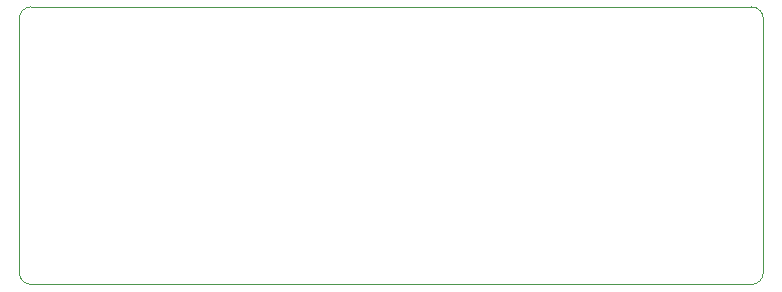
<source format=gbr>
%TF.GenerationSoftware,KiCad,Pcbnew,8.0.6*%
%TF.CreationDate,2024-11-15T11:21:47+07:00*%
%TF.ProjectId,MAX14866_PMOD,4d415831-3438-4363-965f-504d4f442e6b,rev?*%
%TF.SameCoordinates,Original*%
%TF.FileFunction,Profile,NP*%
%FSLAX46Y46*%
G04 Gerber Fmt 4.6, Leading zero omitted, Abs format (unit mm)*
G04 Created by KiCad (PCBNEW 8.0.6) date 2024-11-15 11:21:47*
%MOMM*%
%LPD*%
G01*
G04 APERTURE LIST*
%TA.AperFunction,Profile*%
%ADD10C,0.100000*%
%TD*%
G04 APERTURE END LIST*
D10*
X0Y22500000D02*
G75*
G02*
X1000000Y23500000I1000000J0D01*
G01*
X1000000Y0D02*
G75*
G02*
X0Y1000000I0J1000000D01*
G01*
X63000000Y22500000D02*
X63000000Y1000000D01*
X0Y1000000D02*
X0Y22500000D01*
X1000000Y23500000D02*
X62000000Y23500000D01*
X62000000Y23500000D02*
G75*
G02*
X63000000Y22500000I0J-1000000D01*
G01*
X63000000Y1000000D02*
G75*
G02*
X62000000Y0I-1000000J0D01*
G01*
X62000000Y0D02*
X1000000Y0D01*
M02*

</source>
